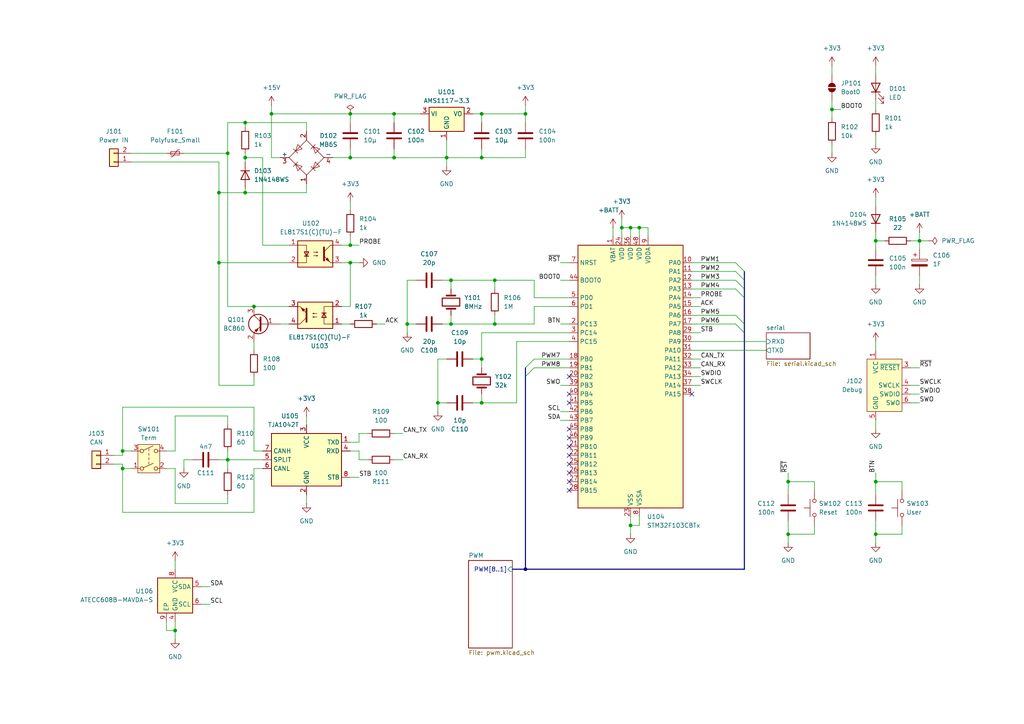
<source format=kicad_sch>
(kicad_sch (version 20231120) (generator "eeschema") (generator_version "8.0")
  (paper "A4")
  (title_block (date "2025-01-22") (rev "v0.1"))
  (lib_symbols
    (symbol "Connector:Conn_ARM_SWD_TagConnect_TC2030" (in_bom no)
      (property "Reference" "J" (at 2.54 11.43 0))
      (property "Value" "Conn_ARM_SWD_TagConnect_TC2030" (at 5.08 8.89 0))
      (symbol "Conn_ARM_SWD_TagConnect_TC2030_0_0"
        (pin power_in line (at -2.54 10.16 270) (length 2.54) (name "VCC") (number "1"))
        (pin bidirectional line (at 7.62 -2.54 180) (length 2.54) (name "SWDIO") (number "2"))
        (pin open_collector line (at 7.62 5.08 180) (length 2.54) (name "~{RESET}") (number "3"))
        (pin output line (at 7.62 0 180) (length 2.54) (name "SWCLK") (number "4"))
        (pin power_in line (at -2.54 -10.16 90) (length 2.54) (name "GND") (number "5"))
        (pin input line (at 7.62 -5.08 180) (length 2.54) (name "SWO") (number "6"))
      )
    )
    (symbol "Connector_Generic:Conn_01x02" (pin_names (offset 1.016) hide)
      (property "Reference" "J" (at 0 2.54 0))
      (property "Value" "Conn_01x02" (at 0 -5.08 0))
      (symbol "Conn_01x02_1_1"
        (pin passive line (at -5.08 0 0) (length 3.81) (name "Pin_1") (number "1"))
        (pin passive line (at -5.08 -2.54 0) (length 3.81) (name "Pin_2") (number "2"))
      )
    )
    (symbol "Device:C" (pin_numbers hide) (pin_names (offset 0.254))
      (property "Reference" "C" (at 0.635 2.54 0))
      (property "Value" "C" (at 0.635 -2.54 0))
      (symbol "C_1_1"
        (pin passive line (at 0 3.81 270) (length 2.794) (name "~") (number "1"))
        (pin passive line (at 0 -3.81 90) (length 2.794) (name "~") (number "2"))
      )
    )
    (symbol "Device:C_Polarized" (pin_numbers hide) (pin_names (offset 0.254))
      (property "Reference" "C" (at 0.635 2.54 0))
      (property "Value" "C_Polarized" (at 0.635 -2.54 0))
      (symbol "C_Polarized_1_1"
        (pin passive line (at 0 3.81 270) (length 2.794) (name "~") (number "1"))
        (pin passive line (at 0 -3.81 90) (length 2.794) (name "~") (number "2"))
      )
    )
    (symbol "Device:Crystal" (pin_numbers hide) (pin_names (offset 1.016) hide)
      (property "Reference" "Y" (at 0 3.81 0))
      (property "Value" "Crystal" (at 0 -3.81 0))
      (symbol "Crystal_1_1"
        (pin passive line (at -3.81 0 0) (length 1.27) (name "1") (number "1"))
        (pin passive line (at 3.81 0 180) (length 1.27) (name "2") (number "2"))
      )
    )
    (symbol "Device:LED" (pin_numbers hide) (pin_names (offset 1.016) hide)
      (property "Reference" "D" (at 0 2.54 0))
      (property "Value" "LED" (at 0 -2.54 0))
      (symbol "LED_1_1"
        (pin passive line (at -3.81 0 0) (length 2.54) (name "K") (number "1"))
        (pin passive line (at 3.81 0 180) (length 2.54) (name "A") (number "2"))
      )
    )
    (symbol "Device:Polyfuse_Small" (pin_numbers hide) (pin_names (offset 0))
      (property "Reference" "F" (at -1.905 0 90))
      (property "Value" "Polyfuse_Small" (at 1.905 0 90))
      (symbol "Polyfuse_Small_1_1"
        (pin passive line (at 0 2.54 270) (length 0.635) (name "~") (number "1"))
        (pin passive line (at 0 -2.54 90) (length 0.635) (name "~") (number "2"))
      )
    )
    (symbol "Device:R" (pin_numbers hide) (pin_names (offset 0))
      (property "Reference" "R" (at 2.032 0 90))
      (property "Value" "R" (at 0 0 90))
      (symbol "R_1_1"
        (pin passive line (at 0 3.81 270) (length 1.27) (name "~") (number "1"))
        (pin passive line (at 0 -3.81 90) (length 1.27) (name "~") (number "2"))
      )
    )
    (symbol "Diode:1N4148WS" (pin_numbers hide) (pin_names hide)
      (property "Reference" "D" (at 0 2.54 0))
      (property "Value" "1N4148WS" (at 0 -2.54 0))
      (symbol "1N4148WS_1_1"
        (pin passive line (at -3.81 0 0) (length 2.54) (name "K") (number "1"))
        (pin passive line (at 3.81 0 180) (length 2.54) (name "A") (number "2"))
      )
    )
    (symbol "Diode_Bridge:MB6S" (pin_names (offset 0))
      (property "Reference" "D" (at 2.54 6.985 0))
      (property "Value" "MB6S" (at 2.54 5.08 0))
      (symbol "MB6S_1_1"
        (pin passive line (at 0 -7.62 90) (length 2.54) (name "~") (number "1"))
        (pin passive line (at 0 7.62 270) (length 2.54) (name "~") (number "2"))
        (pin passive line (at 7.62 0 180) (length 2.54) (name "+") (number "3"))
        (pin passive line (at -7.62 0 0) (length 2.54) (name "-") (number "4"))
      )
    )
    (symbol "Interface_CAN_LIN:TJA1042T"
      (property "Reference" "U" (at -10.16 8.89 0))
      (property "Value" "TJA1042T" (at 1.27 8.89 0))
      (symbol "TJA1042T_1_1"
        (pin input line (at -12.7 5.08 0) (length 2.54) (name "TXD") (number "1"))
        (pin power_in line (at 0 -10.16 90) (length 2.54) (name "GND") (number "2"))
        (pin power_in line (at 0 10.16 270) (length 2.54) (name "VCC") (number "3"))
        (pin output line (at -12.7 2.54 0) (length 2.54) (name "RXD") (number "4"))
        (pin power_out line (at 12.7 0 180) (length 2.54) (name "SPLIT") (number "5"))
        (pin bidirectional line (at 12.7 -2.54 180) (length 2.54) (name "CANL") (number "6"))
        (pin bidirectional line (at 12.7 2.54 180) (length 2.54) (name "CANH") (number "7"))
        (pin input line (at -12.7 -5.08 0) (length 2.54) (name "STB") (number "8"))
      )
    )
    (symbol "Isolator:LTV-817S" (pin_names (offset 1.016))
      (property "Reference" "U" (at -3.81 5.08 0))
      (property "Value" "LTV-817S" (at 0 -5.08 0))
      (symbol "LTV-817S_1_1"
        (pin passive line (at -7.62 2.54 0) (length 2.54) (name "~") (number "1"))
        (pin passive line (at -7.62 -2.54 0) (length 2.54) (name "~") (number "2"))
        (pin passive line (at 7.62 -2.54 180) (length 2.54) (name "~") (number "3"))
        (pin passive line (at 7.62 2.54 180) (length 2.54) (name "~") (number "4"))
      )
    )
    (symbol "Jumper:SolderJumper_2_Open" (pin_numbers hide) (pin_names (offset 0) hide) (exclude_from_sim yes) (in_bom no)
      (property "Reference" "JP" (at 0 2.032 0))
      (property "Value" "SolderJumper_2_Open" (at 0 -2.54 0))
      (symbol "SolderJumper_2_Open_1_1"
        (pin passive line (at -3.81 0 0) (length 2.54) (name "A") (number "1"))
        (pin passive line (at 3.81 0 180) (length 2.54) (name "B") (number "2"))
      )
    )
    (symbol "MCU_ST_STM32F1:STM32F103CBTx"
      (property "Reference" "U" (at -15.24 39.37 0))
      (property "Value" "STM32F103CBTx" (at 7.62 39.37 0))
      (symbol "STM32F103CBTx_1_1"
        (pin power_in line (at -5.08 40.64 270) (length 2.54) (name "VBAT") (number "1"))
        (pin bidirectional line (at 17.78 33.02 180) (length 2.54) (name "PA0") (number "10"))
        (pin bidirectional line (at 17.78 30.48 180) (length 2.54) (name "PA1") (number "11"))
        (pin bidirectional line (at 17.78 27.94 180) (length 2.54) (name "PA2") (number "12"))
        (pin bidirectional line (at 17.78 25.4 180) (length 2.54) (name "PA3") (number "13"))
        (pin bidirectional line (at 17.78 22.86 180) (length 2.54) (name "PA4") (number "14"))
        (pin bidirectional line (at 17.78 20.32 180) (length 2.54) (name "PA5") (number "15"))
        (pin bidirectional line (at 17.78 17.78 180) (length 2.54) (name "PA6") (number "16"))
        (pin bidirectional line (at 17.78 15.24 180) (length 2.54) (name "PA7") (number "17"))
        (pin bidirectional line (at -17.78 5.08 0) (length 2.54) (name "PB0") (number "18"))
        (pin bidirectional line (at -17.78 2.54 0) (length 2.54) (name "PB1") (number "19"))
        (pin bidirectional line (at -17.78 15.24 0) (length 2.54) (name "PC13") (number "2"))
        (pin bidirectional line (at -17.78 0 0) (length 2.54) (name "PB2") (number "20"))
        (pin bidirectional line (at -17.78 -20.32 0) (length 2.54) (name "PB10") (number "21"))
        (pin bidirectional line (at -17.78 -22.86 0) (length 2.54) (name "PB11") (number "22"))
        (pin power_in line (at 0 -40.64 90) (length 2.54) (name "VSS") (number "23"))
        (pin power_in line (at -2.54 40.64 270) (length 2.54) (name "VDD") (number "24"))
        (pin bidirectional line (at -17.78 -25.4 0) (length 2.54) (name "PB12") (number "25"))
        (pin bidirectional line (at -17.78 -27.94 0) (length 2.54) (name "PB13") (number "26"))
        (pin bidirectional line (at -17.78 -30.48 0) (length 2.54) (name "PB14") (number "27"))
        (pin bidirectional line (at -17.78 -33.02 0) (length 2.54) (name "PB15") (number "28"))
        (pin bidirectional line (at 17.78 12.7 180) (length 2.54) (name "PA8") (number "29"))
        (pin bidirectional line (at -17.78 12.7 0) (length 2.54) (name "PC14") (number "3"))
        (pin bidirectional line (at 17.78 10.16 180) (length 2.54) (name "PA9") (number "30"))
        (pin bidirectional line (at 17.78 7.62 180) (length 2.54) (name "PA10") (number "31"))
        (pin bidirectional line (at 17.78 5.08 180) (length 2.54) (name "PA11") (number "32"))
        (pin bidirectional line (at 17.78 2.54 180) (length 2.54) (name "PA12") (number "33"))
        (pin bidirectional line (at 17.78 0 180) (length 2.54) (name "PA13") (number "34"))
        (pin passive line (at 0 -40.64 90) (length 2.54) hide (name "VSS") (number "35"))
        (pin power_in line (at 0 40.64 270) (length 2.54) (name "VDD") (number "36"))
        (pin bidirectional line (at 17.78 -2.54 180) (length 2.54) (name "PA14") (number "37"))
        (pin bidirectional line (at 17.78 -5.08 180) (length 2.54) (name "PA15") (number "38"))
        (pin bidirectional line (at -17.78 -2.54 0) (length 2.54) (name "PB3") (number "39"))
        (pin bidirectional line (at -17.78 10.16 0) (length 2.54) (name "PC15") (number "4"))
        (pin bidirectional line (at -17.78 -5.08 0) (length 2.54) (name "PB4") (number "40"))
        (pin bidirectional line (at -17.78 -7.62 0) (length 2.54) (name "PB5") (number "41"))
        (pin bidirectional line (at -17.78 -10.16 0) (length 2.54) (name "PB6") (number "42"))
        (pin bidirectional line (at -17.78 -12.7 0) (length 2.54) (name "PB7") (number "43"))
        (pin input line (at -17.78 27.94 0) (length 2.54) (name "BOOT0") (number "44"))
        (pin bidirectional line (at -17.78 -15.24 0) (length 2.54) (name "PB8") (number "45"))
        (pin bidirectional line (at -17.78 -17.78 0) (length 2.54) (name "PB9") (number "46"))
        (pin passive line (at 0 -40.64 90) (length 2.54) hide (name "VSS") (number "47"))
        (pin power_in line (at 2.54 40.64 270) (length 2.54) (name "VDD") (number "48"))
        (pin bidirectional line (at -17.78 22.86 0) (length 2.54) (name "PD0") (number "5"))
        (pin bidirectional line (at -17.78 20.32 0) (length 2.54) (name "PD1") (number "6"))
        (pin input line (at -17.78 33.02 0) (length 2.54) (name "NRST") (number "7"))
        (pin power_in line (at 2.54 -40.64 90) (length 2.54) (name "VSSA") (number "8"))
        (pin power_in line (at 5.08 40.64 270) (length 2.54) (name "VDDA") (number "9"))
      )
    )
    (symbol "Regulator_Linear:AMS1117-3.3"
      (property "Reference" "U" (at -3.81 3.175 0))
      (property "Value" "AMS1117-3.3" (at 0 3.175 0))
      (symbol "AMS1117-3.3_1_1"
        (pin power_in line (at 0 -7.62 90) (length 2.54) (name "GND") (number "1"))
        (pin power_out line (at 7.62 0 180) (length 2.54) (name "VO") (number "2"))
        (pin power_in line (at -7.62 0 0) (length 2.54) (name "VI") (number "3"))
      )
    )
    (symbol "Security:ATECC608B-MAHDA"
      (property "Reference" "U" (at 3.81 6.35 0))
      (property "Value" "ATECC608B-MAHDA" (at 10.16 -6.35 0))
      (symbol "ATECC608B-MAHDA_1_1"
        (pin no_connect line (at -5.08 2.54 0) (length 2.54) hide (name "NC") (number "1"))
        (pin no_connect line (at -5.08 0 0) (length 2.54) hide (name "NC") (number "2"))
        (pin no_connect line (at -5.08 -2.54 0) (length 2.54) hide (name "NC") (number "3"))
        (pin power_in line (at 0 -7.62 90) (length 2.54) (name "GND") (number "4"))
        (pin bidirectional line (at 7.62 2.54 180) (length 2.54) (name "SDA") (number "5"))
        (pin input line (at 7.62 -2.54 180) (length 2.54) (name "SCL") (number "6"))
        (pin no_connect line (at 5.08 0 180) (length 2.54) hide (name "NC") (number "7"))
        (pin power_in line (at 0 7.62 270) (length 2.54) (name "VCC") (number "8"))
        (pin input line (at -2.54 -7.62 90) (length 2.54) (name "EP") (number "9"))
      )
    )
    (symbol "Switch:SW_DPST" (pin_names (offset 0) hide)
      (property "Reference" "SW" (at 0 6.35 0))
      (property "Value" "SW_DPST" (at 0 -5.08 0))
      (symbol "SW_DPST_1_1"
        (pin passive line (at -5.08 -2.54 0) (length 2.54) (name "1") (number "1"))
        (pin passive line (at 5.08 -2.54 180) (length 2.54) (name "2") (number "2"))
        (pin passive line (at -5.08 2.54 0) (length 2.54) (name "3") (number "3"))
        (pin passive line (at 5.08 2.54 180) (length 2.54) (name "4") (number "4"))
      )
    )
    (symbol "Switch:SW_Push" (pin_numbers hide) (pin_names (offset 1.016) hide)
      (property "Reference" "SW" (at 1.27 2.54 0))
      (property "Value" "SW_Push" (at 0 -1.524 0))
      (symbol "SW_Push_0_1"
        (pin passive line (at -5.08 0 0) (length 2.54) (name "1") (number "1"))
        (pin passive line (at 5.08 0 180) (length 2.54) (name "2") (number "2"))
      )
    )
    (symbol "Transistor_BJT:BC860" (pin_names (offset 0) hide)
      (property "Reference" "Q" (at 5.08 1.905 0))
      (property "Value" "BC860" (at 5.08 0 0))
      (symbol "BC860_1_1"
        (pin input line (at -5.08 0 0) (length 5.715) (name "B") (number "1"))
        (pin passive line (at 2.54 -5.08 90) (length 2.54) (name "E") (number "2"))
        (pin passive line (at 2.54 5.08 270) (length 2.54) (name "C") (number "3"))
      )
    )
    (symbol "power:+15V" (power) (pin_numbers hide) (pin_names (offset 0) hide)
      (property "Value" "+15V" (at 0 3.556 0))
      (symbol "+15V_1_1"
        (pin power_in line (at 0 0 90) (length 0) (name "~") (number "1"))
      )
    )
    (symbol "power:+3V3" (power) (pin_numbers hide) (pin_names (offset 0) hide)
      (property "Value" "+3V3" (at 0 3.556 0))
      (symbol "+3V3_1_1"
        (pin power_in line (at 0 0 90) (length 0) (name "~") (number "1"))
      )
    )
    (symbol "power:+BATT" (power) (pin_numbers hide) (pin_names (offset 0) hide)
      (property "Value" "+BATT" (at 0 3.556 0))
      (symbol "+BATT_1_1"
        (pin power_in line (at 0 0 90) (length 0) (name "~") (number "1"))
      )
    )
    (symbol "power:GND" (power) (pin_numbers hide) (pin_names (offset 0) hide)
      (property "Value" "GND" (at 0 -3.81 0))
      (symbol "GND_1_1"
        (pin power_in line (at 0 0 270) (length 0) (name "~") (number "1"))
      )
    )
    (symbol "power:PWR_FLAG" (power) (pin_numbers hide) (pin_names (offset 0) hide)
      (property "Value" "PWR_FLAG" (at 0 3.81 0))
      (symbol "PWR_FLAG_0_0"
        (pin power_out line (at 0 0 90) (length 0) (name "~") (number "1"))
      )
    )
  )
  (junction (at 101.6 33.02))
  (junction (at 139.7 104.14))
  (junction (at 228.6 154.94))
  (junction (at 228.6 139.7))
  (junction (at 63.5 76.2))
  (junction (at 66.04 133.35))
  (junction (at 139.7 33.02))
  (junction (at 63.5 55.88))
  (junction (at 130.81 81.28))
  (junction (at 152.4 33.02))
  (junction (at 139.7 45.72))
  (junction (at 266.7 69.85))
  (junction (at 114.3 45.72))
  (junction (at 101.6 76.2))
  (junction (at 35.56 130.81))
  (junction (at 152.4 165.1))
  (junction (at 101.6 71.12))
  (junction (at 114.3 33.02))
  (junction (at 50.8 182.88))
  (junction (at 71.12 45.72))
  (junction (at 129.54 45.72))
  (junction (at 127 116.84))
  (junction (at 71.12 55.88))
  (junction (at 101.6 45.72))
  (junction (at 118.11 93.98))
  (junction (at 182.88 66.04))
  (junction (at 130.81 93.98))
  (junction (at 254 139.7))
  (junction (at 71.12 35.56))
  (junction (at 35.56 135.89))
  (junction (at 139.7 116.84))
  (junction (at 254 154.94))
  (junction (at 180.34 66.04))
  (junction (at 182.88 152.4))
  (junction (at 73.66 88.9))
  (junction (at 241.3 31.75))
  (junction (at 143.51 93.98))
  (junction (at 185.42 66.04))
  (junction (at 78.74 33.02))
  (junction (at 66.04 44.45))
  (junction (at 254 69.85))
  (junction (at 143.51 81.28))
  (no_connect (at 165.1 142.24))
  (no_connect (at 165.1 124.46))
  (no_connect (at 165.1 127))
  (no_connect (at 165.1 134.62))
  (no_connect (at 165.1 109.22))
  (no_connect (at 165.1 114.3))
  (no_connect (at 165.1 139.7))
  (no_connect (at 165.1 129.54))
  (no_connect (at 165.1 132.08))
  (no_connect (at 200.66 114.3))
  (no_connect (at 165.1 137.16))
  (no_connect (at 165.1 116.84))
  (bus_entry (at 213.36 76.2) (size 2.54 2.54))
  (bus_entry (at 152.4 106.68) (size 2.54 -2.54))
  (bus_entry (at 213.36 91.44) (size 2.54 2.54))
  (bus_entry (at 213.36 93.98) (size 2.54 2.54))
  (bus_entry (at 152.4 109.22) (size 2.54 -2.54))
  (bus_entry (at 213.36 81.28) (size 2.54 2.54))
  (bus_entry (at 213.36 83.82) (size 2.54 2.54))
  (bus_entry (at 213.36 78.74) (size 2.54 2.54))
  (wire (pts (xy 149.86 116.84) (xy 139.7 116.84)))
  (wire (pts (xy 71.12 54.61) (xy 71.12 55.88)))
  (wire (pts (xy 99.06 71.12) (xy 101.6 71.12)))
  (wire (pts (xy 200.66 78.74) (xy 213.36 78.74)))
  (wire (pts (xy 101.6 33.02) (xy 114.3 33.02)))
  (wire (pts (xy 266.7 80.01) (xy 266.7 82.55)))
  (bus (pts (xy 215.9 93.98) (xy 215.9 86.36)))
  (wire (pts (xy 48.26 182.88) (xy 50.8 182.88)))
  (wire (pts (xy 200.66 99.06) (xy 222.25 99.06)))
  (wire (pts (xy 165.1 99.06) (xy 149.86 99.06)))
  (wire (pts (xy 66.04 35.56) (xy 66.04 44.45)))
  (wire (pts (xy 165.1 96.52) (xy 139.7 96.52)))
  (wire (pts (xy 109.22 93.98) (xy 111.76 93.98)))
  (wire (pts (xy 71.12 36.83) (xy 71.12 35.56)))
  (wire (pts (xy 241.3 31.75) (xy 241.3 34.29)))
  (wire (pts (xy 264.16 106.68) (xy 266.7 106.68)))
  (wire (pts (xy 63.5 55.88) (xy 71.12 55.88)))
  (wire (pts (xy 35.56 130.81) (xy 38.1 130.81)))
  (bus (pts (xy 215.9 81.28) (xy 215.9 78.74)))
  (wire (pts (xy 228.6 139.7) (xy 228.6 143.51)))
  (wire (pts (xy 200.66 101.6) (xy 222.25 101.6)))
  (wire (pts (xy 185.42 66.04) (xy 182.88 66.04)))
  (wire (pts (xy 35.56 134.62) (xy 35.56 135.89)))
  (wire (pts (xy 78.74 30.48) (xy 78.74 33.02)))
  (wire (pts (xy 200.66 111.76) (xy 203.2 111.76)))
  (wire (pts (xy 200.66 86.36) (xy 203.2 86.36)))
  (wire (pts (xy 88.9 143.51) (xy 88.9 146.05)))
  (wire (pts (xy 185.42 152.4) (xy 182.88 152.4)))
  (wire (pts (xy 149.86 99.06) (xy 149.86 116.84)))
  (wire (pts (xy 66.04 44.45) (xy 66.04 88.9)))
  (wire (pts (xy 66.04 133.35) (xy 66.04 135.89)))
  (wire (pts (xy 101.6 33.02) (xy 101.6 35.56)))
  (wire (pts (xy 73.66 135.89) (xy 73.66 148.59)))
  (wire (pts (xy 66.04 88.9) (xy 73.66 88.9)))
  (wire (pts (xy 143.51 81.28) (xy 154.94 81.28)))
  (wire (pts (xy 73.66 99.06) (xy 73.66 101.6)))
  (wire (pts (xy 266.7 67.31) (xy 266.7 69.85)))
  (wire (pts (xy 101.6 71.12) (xy 104.14 71.12)))
  (wire (pts (xy 33.02 134.62) (xy 35.56 134.62)))
  (wire (pts (xy 128.27 93.98) (xy 130.81 93.98)))
  (wire (pts (xy 58.42 170.18) (xy 60.96 170.18)))
  (wire (pts (xy 254 19.05) (xy 254 21.59)))
  (wire (pts (xy 83.82 71.12) (xy 76.2 71.12)))
  (wire (pts (xy 162.56 93.98) (xy 165.1 93.98)))
  (wire (pts (xy 200.66 109.22) (xy 203.2 109.22)))
  (wire (pts (xy 254 99.06) (xy 254 101.6)))
  (wire (pts (xy 200.66 96.52) (xy 203.2 96.52)))
  (wire (pts (xy 241.3 41.91) (xy 241.3 44.45)))
  (wire (pts (xy 73.66 111.76) (xy 73.66 109.22)))
  (wire (pts (xy 143.51 93.98) (xy 130.81 93.98)))
  (wire (pts (xy 50.8 180.34) (xy 50.8 182.88)))
  (wire (pts (xy 254 154.94) (xy 254 157.48)))
  (wire (pts (xy 139.7 45.72) (xy 129.54 45.72)))
  (wire (pts (xy 228.6 137.16) (xy 228.6 139.7)))
  (wire (pts (xy 241.3 29.21) (xy 241.3 31.75)))
  (wire (pts (xy 137.16 104.14) (xy 139.7 104.14)))
  (wire (pts (xy 88.9 53.34) (xy 88.9 55.88)))
  (wire (pts (xy 104.14 125.73) (xy 106.68 125.73)))
  (wire (pts (xy 50.8 130.81) (xy 50.8 120.65)))
  (wire (pts (xy 101.6 58.42) (xy 101.6 60.96)))
  (wire (pts (xy 241.3 31.75) (xy 243.84 31.75)))
  (wire (pts (xy 83.82 76.2) (xy 63.5 76.2)))
  (wire (pts (xy 261.62 154.94) (xy 254 154.94)))
  (wire (pts (xy 152.4 43.18) (xy 152.4 45.72)))
  (wire (pts (xy 129.54 104.14) (xy 127 104.14)))
  (wire (pts (xy 187.96 66.04) (xy 185.42 66.04)))
  (wire (pts (xy 236.22 139.7) (xy 236.22 142.24)))
  (wire (pts (xy 200.66 106.68) (xy 203.2 106.68)))
  (wire (pts (xy 38.1 46.99) (xy 63.5 46.99)))
  (wire (pts (xy 137.16 116.84) (xy 139.7 116.84)))
  (wire (pts (xy 180.34 66.04) (xy 180.34 68.58)))
  (bus (pts (xy 215.9 96.52) (xy 215.9 93.98)))
  (wire (pts (xy 50.8 146.05) (xy 66.04 146.05)))
  (wire (pts (xy 66.04 120.65) (xy 66.04 123.19)))
  (wire (pts (xy 35.56 135.89) (xy 38.1 135.89)))
  (wire (pts (xy 101.6 138.43) (xy 104.14 138.43)))
  (wire (pts (xy 254 137.16) (xy 254 139.7)))
  (wire (pts (xy 63.5 46.99) (xy 63.5 55.88)))
  (wire (pts (xy 139.7 43.18) (xy 139.7 45.72)))
  (wire (pts (xy 127 116.84) (xy 127 119.38)))
  (wire (pts (xy 78.74 33.02) (xy 78.74 45.72)))
  (wire (pts (xy 154.94 106.68) (xy 165.1 106.68)))
  (wire (pts (xy 33.02 132.08) (xy 35.56 132.08)))
  (wire (pts (xy 76.2 135.89) (xy 73.66 135.89)))
  (bus (pts (xy 215.9 83.82) (xy 215.9 81.28)))
  (wire (pts (xy 177.8 66.04) (xy 177.8 68.58)))
  (wire (pts (xy 162.56 81.28) (xy 165.1 81.28)))
  (wire (pts (xy 114.3 43.18) (xy 114.3 45.72)))
  (wire (pts (xy 254 151.13) (xy 254 154.94)))
  (wire (pts (xy 48.26 130.81) (xy 50.8 130.81)))
  (wire (pts (xy 99.06 93.98) (xy 101.6 93.98)))
  (wire (pts (xy 128.27 81.28) (xy 130.81 81.28)))
  (wire (pts (xy 180.34 63.5) (xy 180.34 66.04)))
  (wire (pts (xy 114.3 125.73) (xy 116.84 125.73)))
  (wire (pts (xy 228.6 154.94) (xy 228.6 157.48)))
  (wire (pts (xy 154.94 86.36) (xy 154.94 81.28)))
  (wire (pts (xy 152.4 30.48) (xy 152.4 33.02)))
  (wire (pts (xy 63.5 111.76) (xy 73.66 111.76)))
  (wire (pts (xy 88.9 120.65) (xy 88.9 123.19)))
  (wire (pts (xy 228.6 151.13) (xy 228.6 154.94)))
  (wire (pts (xy 139.7 33.02) (xy 139.7 35.56)))
  (wire (pts (xy 96.52 45.72) (xy 101.6 45.72)))
  (wire (pts (xy 143.51 93.98) (xy 154.94 93.98)))
  (wire (pts (xy 182.88 66.04) (xy 182.88 68.58)))
  (wire (pts (xy 66.04 35.56) (xy 71.12 35.56)))
  (wire (pts (xy 139.7 116.84) (xy 139.7 114.3)))
  (wire (pts (xy 114.3 133.35) (xy 116.84 133.35)))
  (wire (pts (xy 254 139.7) (xy 261.62 139.7)))
  (wire (pts (xy 200.66 91.44) (xy 213.36 91.44)))
  (wire (pts (xy 228.6 139.7) (xy 236.22 139.7)))
  (wire (pts (xy 137.16 33.02) (xy 139.7 33.02)))
  (wire (pts (xy 38.1 44.45) (xy 48.26 44.45)))
  (wire (pts (xy 58.42 175.26) (xy 60.96 175.26)))
  (wire (pts (xy 78.74 45.72) (xy 81.28 45.72)))
  (bus (pts (xy 152.4 109.22) (xy 152.4 165.1)))
  (wire (pts (xy 35.56 148.59) (xy 35.56 135.89)))
  (wire (pts (xy 254 139.7) (xy 254 143.51)))
  (wire (pts (xy 73.66 148.59) (xy 35.56 148.59)))
  (wire (pts (xy 200.66 76.2) (xy 213.36 76.2)))
  (wire (pts (xy 254 67.31) (xy 254 69.85)))
  (wire (pts (xy 185.42 66.04) (xy 185.42 68.58)))
  (wire (pts (xy 50.8 182.88) (xy 50.8 185.42)))
  (wire (pts (xy 99.06 76.2) (xy 101.6 76.2)))
  (wire (pts (xy 114.3 33.02) (xy 114.3 35.56)))
  (wire (pts (xy 120.65 81.28) (xy 118.11 81.28)))
  (wire (pts (xy 73.66 88.9) (xy 83.82 88.9)))
  (wire (pts (xy 264.16 116.84) (xy 266.7 116.84)))
  (wire (pts (xy 139.7 104.14) (xy 139.7 106.68)))
  (wire (pts (xy 63.5 76.2) (xy 63.5 111.76)))
  (wire (pts (xy 50.8 135.89) (xy 50.8 146.05)))
  (wire (pts (xy 53.34 133.35) (xy 53.34 135.89)))
  (wire (pts (xy 254 69.85) (xy 256.54 69.85)))
  (wire (pts (xy 264.16 114.3) (xy 266.7 114.3)))
  (wire (pts (xy 200.66 88.9) (xy 203.2 88.9)))
  (wire (pts (xy 88.9 35.56) (xy 88.9 38.1)))
  (wire (pts (xy 254 80.01) (xy 254 82.55)))
  (wire (pts (xy 182.88 149.86) (xy 182.88 152.4)))
  (wire (pts (xy 266.7 69.85) (xy 269.24 69.85)))
  (wire (pts (xy 165.1 88.9) (xy 154.94 88.9)))
  (wire (pts (xy 129.54 45.72) (xy 129.54 40.64)))
  (wire (pts (xy 185.42 149.86) (xy 185.42 152.4)))
  (wire (pts (xy 101.6 45.72) (xy 114.3 45.72)))
  (wire (pts (xy 129.54 45.72) (xy 129.54 48.26)))
  (wire (pts (xy 114.3 33.02) (xy 121.92 33.02)))
  (wire (pts (xy 120.65 93.98) (xy 118.11 93.98)))
  (wire (pts (xy 236.22 154.94) (xy 228.6 154.94)))
  (wire (pts (xy 154.94 88.9) (xy 154.94 93.98)))
  (wire (pts (xy 63.5 133.35) (xy 66.04 133.35)))
  (wire (pts (xy 187.96 68.58) (xy 187.96 66.04)))
  (wire (pts (xy 130.81 93.98) (xy 130.81 91.44)))
  (wire (pts (xy 35.56 118.11) (xy 35.56 130.81)))
  (wire (pts (xy 152.4 33.02) (xy 139.7 33.02)))
  (wire (pts (xy 129.54 116.84) (xy 127 116.84)))
  (wire (pts (xy 76.2 45.72) (xy 76.2 71.12)))
  (wire (pts (xy 66.04 143.51) (xy 66.04 146.05)))
  (bus (pts (xy 152.4 106.68) (xy 152.4 109.22)))
  (wire (pts (xy 143.51 81.28) (xy 130.81 81.28)))
  (wire (pts (xy 254 121.92) (xy 254 124.46)))
  (wire (pts (xy 81.28 93.98) (xy 83.82 93.98)))
  (wire (pts (xy 264.16 111.76) (xy 266.7 111.76)))
  (wire (pts (xy 200.66 83.82) (xy 213.36 83.82)))
  (wire (pts (xy 66.04 133.35) (xy 76.2 133.35)))
  (bus (pts (xy 215.9 86.36) (xy 215.9 83.82)))
  (wire (pts (xy 71.12 45.72) (xy 71.12 46.99)))
  (wire (pts (xy 66.04 130.81) (xy 66.04 133.35)))
  (wire (pts (xy 104.14 130.81) (xy 101.6 130.81)))
  (bus (pts (xy 148.59 165.1) (xy 152.4 165.1)))
  (wire (pts (xy 101.6 43.18) (xy 101.6 45.72)))
  (wire (pts (xy 35.56 132.08) (xy 35.56 130.81)))
  (wire (pts (xy 101.6 76.2) (xy 101.6 88.9)))
  (wire (pts (xy 162.56 76.2) (xy 165.1 76.2)))
  (wire (pts (xy 162.56 119.38) (xy 165.1 119.38)))
  (wire (pts (xy 200.66 104.14) (xy 203.2 104.14)))
  (wire (pts (xy 78.74 33.02) (xy 101.6 33.02)))
  (wire (pts (xy 73.66 118.11) (xy 35.56 118.11)))
  (wire (pts (xy 254 29.21) (xy 254 31.75)))
  (wire (pts (xy 236.22 152.4) (xy 236.22 154.94)))
  (wire (pts (xy 241.3 19.05) (xy 241.3 21.59)))
  (wire (pts (xy 254 39.37) (xy 254 41.91)))
  (wire (pts (xy 76.2 45.72) (xy 71.12 45.72)))
  (wire (pts (xy 118.11 93.98) (xy 118.11 96.52)))
  (wire (pts (xy 162.56 111.76) (xy 165.1 111.76)))
  (wire (pts (xy 71.12 55.88) (xy 88.9 55.88)))
  (wire (pts (xy 143.51 91.44) (xy 143.51 93.98)))
  (wire (pts (xy 114.3 45.72) (xy 129.54 45.72)))
  (wire (pts (xy 48.26 180.34) (xy 48.26 182.88)))
  (wire (pts (xy 182.88 66.04) (xy 180.34 66.04)))
  (wire (pts (xy 254 57.15) (xy 254 59.69)))
  (wire (pts (xy 73.66 130.81) (xy 73.66 118.11)))
  (wire (pts (xy 200.66 93.98) (xy 213.36 93.98)))
  (bus (pts (xy 215.9 165.1) (xy 152.4 165.1)))
  (wire (pts (xy 53.34 44.45) (xy 66.04 44.45)))
  (wire (pts (xy 101.6 76.2) (xy 104.14 76.2)))
  (wire (pts (xy 254 69.85) (xy 254 72.39)))
  (wire (pts (xy 71.12 35.56) (xy 88.9 35.56)))
  (wire (pts (xy 118.11 81.28) (xy 118.11 93.98)))
  (wire (pts (xy 50.8 120.65) (xy 66.04 120.65)))
  (wire (pts (xy 99.06 88.9) (xy 101.6 88.9)))
  (wire (pts (xy 50.8 162.56) (xy 50.8 165.1)))
  (wire (pts (xy 264.16 69.85) (xy 266.7 69.85)))
  (wire (pts (xy 55.88 133.35) (xy 53.34 133.35)))
  (wire (pts (xy 162.56 121.92) (xy 165.1 121.92)))
  (wire (pts (xy 104.14 130.81) (xy 104.14 133.35)))
  (wire (pts (xy 152.4 45.72) (xy 139.7 45.72)))
  (wire (pts (xy 127 104.14) (xy 127 116.84)))
  (wire (pts (xy 76.2 130.81) (xy 73.66 130.81)))
  (wire (pts (xy 182.88 152.4) (xy 182.88 154.94)))
  (wire (pts (xy 165.1 86.36) (xy 154.94 86.36)))
  (wire (pts (xy 261.62 139.7) (xy 261.62 142.24)))
  (wire (pts (xy 130.81 81.28) (xy 130.81 83.82)))
  (wire (pts (xy 104.14 128.27) (xy 104.14 125.73)))
  (wire (pts (xy 266.7 69.85) (xy 266.7 72.39)))
  (wire (pts (xy 48.26 135.89) (xy 50.8 135.89)))
  (wire (pts (xy 261.62 152.4) (xy 261.62 154.94)))
  (wire (pts (xy 139.7 96.52) (xy 139.7 104.14)))
  (wire (pts (xy 200.66 81.28) (xy 213.36 81.28)))
  (wire (pts (xy 71.12 44.45) (xy 71.12 45.72)))
  (wire (pts (xy 101.6 71.12) (xy 101.6 68.58)))
  (wire (pts (xy 104.14 128.27) (xy 101.6 128.27)))
  (wire (pts (xy 104.14 133.35) (xy 106.68 133.35)))
  (wire (pts (xy 143.51 83.82) (xy 143.51 81.28)))
  (wire (pts (xy 154.94 104.14) (xy 165.1 104.14)))
  (wire (pts (xy 152.4 35.56) (xy 152.4 33.02)))
  (bus (pts (xy 215.9 96.52) (xy 215.9 165.1)))
  (wire (pts (xy 63.5 76.2) (xy 63.5 55.88)))
  (label "PROBE" (at 203.2 86.36 0))
  (label "PWM7" (at 162.56 104.14 180))
  (label "BOOT0" (at 162.56 81.28 180))
  (label "SWDIO" (at 266.7 114.3 0))
  (label "PWM3" (at 203.2 81.28 0))
  (label "PWM5" (at 203.2 91.44 0))
  (label "PROBE" (at 104.14 71.12 0))
  (label "ACK" (at 111.76 93.98 0))
  (label "CAN_RX" (at 203.2 106.68 0))
  (label "SCL" (at 162.56 119.38 180))
  (label "BTN" (at 254 137.16 90))
  (label "~{RST}" (at 162.56 76.2 180))
  (label "SWO" (at 162.56 111.76 180))
  (label "SWCLK" (at 266.7 111.76 0))
  (label "~{RST}" (at 266.7 106.68 0))
  (label "SCL" (at 60.96 175.26 0))
  (label "PWM1" (at 203.2 76.2 0))
  (label "CAN_RX" (at 116.84 133.35 0))
  (label "CAN_TX" (at 116.84 125.73 0))
  (label "SDA" (at 162.56 121.92 180))
  (label "SWCLK" (at 203.2 111.76 0))
  (label "PWM6" (at 203.2 93.98 0))
  (label "SDA" (at 60.96 170.18 0))
  (label "BTN" (at 162.56 93.98 180))
  (label "CAN_TX" (at 203.2 104.14 0))
  (label "ACK" (at 203.2 88.9 0))
  (label "PWM4" (at 203.2 83.82 0))
  (label "~{RST}" (at 228.6 137.16 90))
  (label "SWDIO" (at 203.2 109.22 0))
  (label "PWM2" (at 203.2 78.74 0))
  (label "PWM8" (at 162.56 106.68 180))
  (label "BOOT0" (at 243.84 31.75 0))
  (label "STB" (at 203.2 96.52 0))
  (label "STB" (at 104.14 138.43 0))
  (label "SWO" (at 266.7 116.84 0))
  (symbol (lib_id "power:GND") (at 254 41.91 0) (unit 1)
    (property "Reference" "#PWR0105" (effects (hide yes)))
    (property "Value" "GND" (at 254 46.99 0))
    (property "Description" "Power symbol creates a global label with name \"GND\" , ground" (effects (hide yes)))
  )
  (symbol (lib_id "power:+3V3") (at 254 57.15 0) (unit 1)
    (property "Reference" "#PWR0108" (effects (hide yes)))
    (property "Value" "+3V3" (at 254 52.07 0))
    (property "Description" "Power symbol creates a global label with name \"+3V3\"" (effects (hide yes)))
  )
  (symbol (lib_id "power:GND") (at 228.6 157.48 0) (unit 1)
    (property "Reference" "#PWR0124" (effects (hide yes)))
    (property "Value" "GND" (at 228.6 162.56 0))
    (property "Description" "Power symbol creates a global label with name \"GND\" , ground" (effects (hide yes)))
  )
  (symbol (lib_id "power:GND") (at 104.14 76.2 90) (unit 1)
    (property "Reference" "#PWR0113" (effects (hide yes)))
    (property "Value" "GND" (at 107.95 76.1999 90) (effects (justify right)))
    (property "Description" "Power symbol creates a global label with name \"GND\" , ground" (effects (hide yes)))
  )
  (symbol (lib_id "power:+3V3") (at 50.8 162.56 0) (unit 1)
    (property "Reference" "#PWR0126" (effects (hide yes)))
    (property "Value" "+3V3" (at 50.8 157.48 0))
    (property "Description" "Power symbol creates a global label with name \"+3V3\"" (effects (hide yes)))
  )
  (symbol (lib_id "Isolator:LTV-817S") (at 91.44 91.44 180) (unit 1)
    (property "Reference" "U103" (at 92.71 100.33 0))
    (property "Value" "EL817S1(C)(TU)-F" (at 92.71 97.79 0))
    (property "Footprint" "Package_DIP:SMDIP-4_W9.53mm" (effects (hide yes)))
    (property "Datasheet" "http://www.us.liteon.com/downloads/LTV-817-827-847.PDF" (effects (hide yes)))
    (property "Description" "DC Optocoupler, Vce 35V, CTR 50%, SMDIP-4" (effects (hide yes)))
  )
  (symbol (lib_id "power:GND") (at 254 82.55 0) (unit 1)
    (property "Reference" "#PWR0114" (effects (hide yes)))
    (property "Value" "GND" (at 254 87.63 0))
    (property "Description" "Power symbol creates a global label with name \"GND\" , ground" (effects (hide yes)))
  )
  (symbol (lib_id "Regulator_Linear:AMS1117-3.3") (at 129.54 33.02 0) (unit 1)
    (property "Reference" "U101" (at 129.54 26.67 0))
    (property "Value" "AMS1117-3.3" (at 129.54 29.21 0))
    (property "Footprint" "Package_TO_SOT_SMD:SOT-223-3_TabPin2" (effects (hide yes)))
    (property "Datasheet" "http://www.advanced-monolithic.com/pdf/ds1117.pdf" (effects (hide yes)))
    (property "Description" "1A Low Dropout regulator, positive, 3.3V fixed output, SOT-223" (effects (hide yes)))
  )
  (symbol (lib_id "Device:C") (at 101.6 39.37 0) (unit 1)
    (property "Reference" "C101" (at 105.41 38.0999 0) (effects (justify left)))
    (property "Value" "10µ" (at 105.41 40.6399 0) (effects (justify left)))
    (property "Description" "Unpolarized capacitor" (effects (hide yes)))
  )
  (symbol (lib_id "Device:LED") (at 254 25.4 90) (unit 1)
    (property "Reference" "D101" (at 257.81 25.7174 90) (effects (justify right)))
    (property "Value" "LED" (at 257.81 28.2574 90) (effects (justify right)))
    (property "Description" "Light emitting diode" (effects (hide yes)))
  )
  (symbol (lib_id "Device:C") (at 124.46 81.28 90) (unit 1)
    (property "Reference" "C107" (at 124.46 73.66 90))
    (property "Value" "20p" (at 124.46 76.2 90))
    (property "Description" "Unpolarized capacitor" (effects (hide yes)))
  )
  (symbol (lib_id "Device:C") (at 133.35 104.14 90) (unit 1)
    (property "Reference" "C109" (at 133.35 96.52 90))
    (property "Value" "10p" (at 133.35 99.06 90))
    (property "Description" "Unpolarized capacitor" (effects (hide yes)))
  )
  (symbol (lib_id "Device:R") (at 254 35.56 180) (unit 1)
    (property "Reference" "R101" (at 256.54 34.2899 0) (effects (justify right)))
    (property "Value" "1k" (at 256.54 36.8299 0) (effects (justify right)))
    (property "Description" "Resistor" (effects (hide yes)))
  )
  (symbol (lib_id "Connector_Generic:Conn_01x02") (at 33.02 46.99 180) (unit 1)
    (property "Reference" "J101" (at 33.02 38.1 0))
    (property "Value" "Power IN" (at 33.02 40.64 0))
    (property "Description" "Generic connector, single row, 01x02, script generated (kicad-library-utils/schlib/autogen/connector/)" (effects (hide yes)))
  )
  (symbol (lib_id "Interface_CAN_LIN:TJA1042T") (at 88.9 133.35 0) (mirror y) (unit 1)
    (property "Reference" "U105" (at 86.7059 120.65 0) (effects (justify left)))
    (property "Value" "TJA1042T" (at 86.7059 123.19 0) (effects (justify left)))
    (property "Footprint" "Package_SO:SOIC-8_3.9x4.9mm_P1.27mm" (effects (hide yes)))
    (property "Datasheet" "http://www.nxp.com/docs/en/data-sheet/TJA1042.pdf" (effects (hide yes)))
    (property "Description" "High-Speed CAN Transceiver, standby mode, split pin, SOIC-8" (effects (hide yes)))
  )
  (symbol (lib_id "power:+3V3") (at 180.34 63.5 0) (unit 1)
    (property "Reference" "#PWR0110" (effects (hide yes)))
    (property "Value" "+3V3" (at 180.34 58.42 0))
    (property "Description" "Power symbol creates a global label with name \"+3V3\"" (effects (hide yes)))
  )
  (symbol (lib_id "Device:R") (at 143.51 87.63 0) (unit 1)
    (property "Reference" "R106" (at 146.05 86.3599 0) (effects (justify left)))
    (property "Value" "1M" (at 146.05 88.8999 0) (effects (justify left)))
    (property "Description" "Resistor" (effects (hide yes)))
  )
  (symbol (lib_id "Device:C") (at 254 147.32 0) (unit 1)
    (property "Reference" "C113" (at 250.19 146.0499 0) (effects (justify right)))
    (property "Value" "100n" (at 250.19 148.5899 0) (effects (justify right)))
    (property "Description" "Unpolarized capacitor" (effects (hide yes)))
  )
  (symbol (lib_id "power:GND") (at 254 157.48 0) (unit 1)
    (property "Reference" "#PWR0125" (effects (hide yes)))
    (property "Value" "GND" (at 254 162.56 0))
    (property "Description" "Power symbol creates a global label with name \"GND\" , ground" (effects (hide yes)))
  )
  (symbol (lib_id "Device:R") (at 110.49 133.35 90) (mirror x) (unit 1)
    (property "Reference" "R111" (at 110.49 139.7 90))
    (property "Value" "100" (at 110.49 137.16 90))
    (property "Description" "Resistor" (effects (hide yes)))
  )
  (symbol (lib_id "power:GND") (at 266.7 82.55 0) (unit 1)
    (property "Reference" "#PWR0115" (effects (hide yes)))
    (property "Value" "GND" (at 266.7 87.63 0))
    (property "Description" "Power symbol creates a global label with name \"GND\" , ground" (effects (hide yes)))
  )
  (symbol (lib_id "power:PWR_FLAG") (at 101.6 33.02 0) (unit 1)
    (property "Reference" "#FLG0101" (effects (hide yes)))
    (property "Value" "PWR_FLAG" (at 101.6 27.94 0))
    (property "Description" "Special symbol for telling ERC where power comes from" (effects (hide yes)))
  )
  (symbol (lib_id "Jumper:SolderJumper_2_Open") (at 241.3 25.4 90) (unit 1) (exclude_from_sim yes) (in_bom no)
    (property "Reference" "JP101" (at 243.84 24.1299 90) (effects (justify right)))
    (property "Value" "Boot0" (at 243.84 26.6699 90) (effects (justify right)))
    (property "Description" "Solder Jumper, 2-pole, open" (effects (hide yes)))
  )
  (symbol (lib_id "Device:C") (at 114.3 39.37 0) (unit 1)
    (property "Reference" "C102" (at 118.11 38.0999 0) (effects (justify left)))
    (property "Value" "100n" (at 118.11 40.6399 0) (effects (justify left)))
    (property "Description" "Unpolarized capacitor" (effects (hide yes)))
  )
  (symbol (lib_id "power:+15V") (at 78.74 30.48 0) (unit 1)
    (property "Reference" "#PWR0103" (effects (hide yes)))
    (property "Value" "+15V" (at 78.74 25.4 0))
    (property "Description" "Power symbol creates a global label with name \"+15V\"" (effects (hide yes)))
  )
  (symbol (lib_id "Device:R") (at 66.04 139.7 0) (unit 1)
    (property "Reference" "R112" (at 68.58 138.4299 0) (effects (justify left)))
    (property "Value" "60" (at 68.58 140.9699 0) (effects (justify left)))
    (property "Description" "Resistor" (effects (hide yes)))
  )
  (symbol (lib_id "power:GND") (at 53.34 135.89 0) (mirror y) (unit 1)
    (property "Reference" "#PWR0121" (effects (hide yes)))
    (property "Value" "GND" (at 53.34 140.97 0))
    (property "Description" "Power symbol creates a global label with name \"GND\" , ground" (effects (hide yes)))
  )
  (symbol (lib_id "Device:C") (at 133.35 116.84 90) (mirror x) (unit 1)
    (property "Reference" "C110" (at 133.35 124.46 90))
    (property "Value" "10p" (at 133.35 121.92 90))
    (property "Description" "Unpolarized capacitor" (effects (hide yes)))
  )
  (symbol (lib_id "Device:R") (at 260.35 69.85 90) (unit 1)
    (property "Reference" "R105" (at 260.35 63.5 90))
    (property "Value" "22" (at 260.35 66.04 90))
    (property "Description" "Resistor" (effects (hide yes)))
  )
  (symbol (lib_id "Device:R") (at 101.6 64.77 180) (unit 1)
    (property "Reference" "R104" (at 104.14 63.4999 0) (effects (justify right)))
    (property "Value" "1k" (at 104.14 66.0399 0) (effects (justify right)))
    (property "Description" "Resistor" (effects (hide yes)))
  )
  (symbol (lib_id "power:+BATT") (at 266.7 67.31 0) (unit 1)
    (property "Reference" "#PWR0112" (effects (hide yes)))
    (property "Value" "+BATT" (at 266.7 62.23 0))
    (property "Description" "Power symbol creates a global label with name \"+BATT\"" (effects (hide yes)))
  )
  (symbol (lib_id "power:+3V3") (at 254 19.05 0) (unit 1)
    (property "Reference" "#PWR0102" (effects (hide yes)))
    (property "Value" "+3V3" (at 254 13.97 0))
    (property "Description" "Power symbol creates a global label with name \"+3V3\"" (effects (hide yes)))
  )
  (symbol (lib_id "Device:C") (at 139.7 39.37 0) (unit 1)
    (property "Reference" "C103" (at 143.51 38.0999 0) (effects (justify left)))
    (property "Value" "10µ" (at 143.51 40.6399 0) (effects (justify left)))
    (property "Description" "Unpolarized capacitor" (effects (hide yes)))
  )
  (symbol (lib_id "Device:R") (at 105.41 93.98 270) (unit 1)
    (property "Reference" "R107" (at 105.41 88.9 90))
    (property "Value" "1k" (at 105.41 91.44 90))
    (property "Description" "Resistor" (effects (hide yes)))
  )
  (symbol (lib_id "Connector:Conn_ARM_SWD_TagConnect_TC2030") (at 256.54 111.76 0) (unit 1) (in_bom no)
    (property "Reference" "J102" (at 250.19 110.4899 0) (effects (justify right)))
    (property "Value" "Debug" (at 250.19 113.0299 0) (effects (justify right)))
    (property "Footprint" "Connector:Tag-Connect_TC2030-IDC-FP_2x03_P1.27mm_Vertical" (effects (hide yes)))
    (property "Datasheet" "https://www.tag-connect.com/wp-content/uploads/bsk-pdf-manager/TC2030-CTX_1.pdf" (effects (hide yes)))
    (property "Description" "Tag-Connect ARM Cortex SWD JTAG connector, 6 pin" (effects (hide yes)))
  )
  (symbol (lib_id "Device:R") (at 66.04 127 0) (unit 1)
    (property "Reference" "R110" (at 68.58 125.7299 0) (effects (justify left)))
    (property "Value" "60" (at 68.58 128.2699 0) (effects (justify left)))
    (property "Description" "Resistor" (effects (hide yes)))
  )
  (symbol (lib_id "power:+3V3") (at 254 99.06 0) (unit 1)
    (property "Reference" "#PWR0117" (effects (hide yes)))
    (property "Value" "+3V3" (at 254 93.98 0))
    (property "Description" "Power symbol creates a global label with name \"+3V3\"" (effects (hide yes)))
  )
  (symbol (lib_id "power:GND") (at 50.8 185.42 0) (unit 1)
    (property "Reference" "#PWR0127" (effects (hide yes)))
    (property "Value" "GND" (at 50.8 190.5 0))
    (property "Description" "Power symbol creates a global label with name \"GND\" , ground" (effects (hide yes)))
  )
  (symbol (lib_id "power:GND") (at 182.88 154.94 0) (unit 1)
    (property "Reference" "#PWR0123" (effects (hide yes)))
    (property "Value" "GND" (at 182.88 160.02 0))
    (property "Description" "Power symbol creates a global label with name \"GND\" , ground" (effects (hide yes)))
  )
  (symbol (lib_id "power:PWR_FLAG") (at 269.24 69.85 270) (unit 1)
    (property "Reference" "#FLG0102" (effects (hide yes)))
    (property "Value" "PWR_FLAG" (at 273.05 69.8499 90) (effects (justify left)))
    (property "Description" "Special symbol for telling ERC where power comes from" (effects (hide yes)))
  )
  (symbol (lib_id "Device:C") (at 152.4 39.37 0) (unit 1)
    (property "Reference" "C104" (at 156.21 38.0999 0) (effects (justify left)))
    (property "Value" "100n" (at 156.21 40.6399 0) (effects (justify left)))
    (property "Description" "Unpolarized capacitor" (effects (hide yes)))
  )
  (symbol (lib_id "MCU_ST_STM32F1:STM32F103CBTx") (at 182.88 109.22 0) (unit 1)
    (property "Reference" "U104" (at 187.6141 149.86 0) (effects (justify left)))
    (property "Value" "STM32F103CBTx" (at 187.6141 152.4 0) (effects (justify left)))
    (property "Footprint" "Package_QFP:LQFP-48_7x7mm_P0.5mm" (effects (hide yes)))
    (property "Datasheet" "https://www.st.com/resource/en/datasheet/stm32f103cb.pdf" (effects (hide yes)))
    (property "Description" "STMicroelectronics Arm Cortex-M3 MCU, 128KB flash, 20KB RAM, 72 MHz, 2.0-3.6V, 37 GPIO, LQFP48" (effects (hide yes)))
  )
  (symbol (lib_id "Device:R") (at 241.3 38.1 0) (unit 1)
    (property "Reference" "R102" (at 243.84 36.8299 0) (effects (justify left)))
    (property "Value" "10k" (at 243.84 39.3699 0) (effects (justify left)))
    (property "Description" "Resistor" (effects (hide yes)))
  )
  (symbol (lib_id "Device:R") (at 71.12 40.64 180) (unit 1)
    (property "Reference" "R103" (at 73.66 39.3699 0) (effects (justify right)))
    (property "Value" "1k" (at 73.66 41.9099 0) (effects (justify right)))
    (property "Description" "Resistor" (effects (hide yes)))
  )
  (symbol (lib_id "power:+3V3") (at 152.4 30.48 0) (unit 1)
    (property "Reference" "#PWR0104" (effects (hide yes)))
    (property "Value" "+3V3" (at 152.4 25.4 0))
    (property "Description" "Power symbol creates a global label with name \"+3V3\"" (effects (hide yes)))
  )
  (symbol (lib_id "Device:R") (at 110.49 125.73 90) (unit 1)
    (property "Reference" "R109" (at 110.49 119.38 90))
    (property "Value" "100" (at 110.49 121.92 90))
    (property "Description" "Resistor" (effects (hide yes)))
  )
  (symbol (lib_id "Device:C") (at 228.6 147.32 0) (unit 1)
    (property "Reference" "C112" (at 224.79 146.0499 0) (effects (justify right)))
    (property "Value" "100n" (at 224.79 148.5899 0) (effects (justify right)))
    (property "Description" "Unpolarized capacitor" (effects (hide yes)))
  )
  (symbol (lib_id "Device:Crystal") (at 130.81 87.63 90) (unit 1)
    (property "Reference" "Y101" (at 134.62 86.3599 90) (effects (justify right)))
    (property "Value" "8MHz" (at 134.62 88.8999 90) (effects (justify right)))
    (property "Description" "Two pin crystal" (effects (hide yes)))
  )
  (symbol (lib_id "Device:Crystal") (at 139.7 110.49 90) (unit 1)
    (property "Reference" "Y102" (at 143.51 109.2199 90) (effects (justify right)))
    (property "Value" "32k" (at 143.51 111.7599 90) (effects (justify right)))
    (property "Description" "Two pin crystal" (effects (hide yes)))
  )
  (symbol (lib_id "power:+3V3") (at 241.3 19.05 0) (unit 1)
    (property "Reference" "#PWR0101" (effects (hide yes)))
    (property "Value" "+3V3" (at 241.3 13.97 0))
    (property "Description" "Power symbol creates a global label with name \"+3V3\"" (effects (hide yes)))
  )
  (symbol (lib_id "Device:C") (at 124.46 93.98 90) (mirror x) (unit 1)
    (property "Reference" "C108" (at 124.46 101.6 90))
    (property "Value" "20p" (at 124.46 99.06 90))
    (property "Description" "Unpolarized capacitor" (effects (hide yes)))
  )
  (symbol (lib_id "power:GND") (at 254 124.46 0) (unit 1)
    (property "Reference" "#PWR0120" (effects (hide yes)))
    (property "Value" "GND" (at 254 129.54 0))
    (property "Description" "Power symbol creates a global label with name \"GND\" , ground" (effects (hide yes)))
  )
  (symbol (lib_id "Transistor_BJT:BC860") (at 76.2 93.98 0) (mirror y) (unit 1)
    (property "Reference" "Q101" (at 71.12 92.7099 0) (effects (justify left)))
    (property "Value" "BC860" (at 71.12 95.2499 0) (effects (justify left)))
    (property "Footprint" "Package_TO_SOT_SMD:SOT-23" (effects (hide yes)))
    (property "Datasheet" "http://www.infineon.com/dgdl/Infineon-BC857SERIES_BC858SERIES_BC859SERIES_BC860SERIES-DS-v01_01-en.pdf?fileId=db3a304314dca389011541da0e3a1661" (effects (hide yes)))
    (property "Description" "0.1A Ic, 45V Vce, PNP Small Signal Transistor, SOT-23" (effects (hide yes)))
  )
  (symbol (lib_id "Security:ATECC608B-MAHDA") (at 50.8 172.72 0) (unit 1)
    (property "Reference" "U106" (at 44.45 171.4499 0) (effects (justify right)))
    (property "Value" "ATECC608B-MAVDA-S" (at 44.45 173.9899 0) (effects (justify right)))
    (property "Footprint" "Package_DFN_QFN:DFN-8-1EP_3x2mm_P0.5mm_EP1.3x1.5mm" (effects (hide yes)))
    (property "Datasheet" "https://ww1.microchip.com/downloads/aemDocuments/documents/SCBU/ProductDocuments/DataSheets/ATECC608B-CryptoAuthentication-Device-Summary-Data-Sheet-DS40002239B.pdf" (effects (hide yes)))
    (property "Description" "Cryptographic Co-Processor with Secure Hardware-based 16 Key Storage, ECDSA and ECDH support, I2C, UDFN-8" (effects (hide yes)))
  )
  (symbol (lib_id "power:GND") (at 241.3 44.45 0) (unit 1)
    (property "Reference" "#PWR0106" (effects (hide yes)))
    (property "Value" "GND" (at 241.3 49.53 0))
    (property "Description" "Power symbol creates a global label with name \"GND\" , ground" (effects (hide yes)))
  )
  (symbol (lib_id "Device:C_Polarized") (at 266.7 76.2 0) (unit 1)
    (property "Reference" "C106" (at 270.51 74.0409 0) (effects (justify left)))
    (property "Value" "1F" (at 270.51 76.5809 0) (effects (justify left)))
    (property "Description" "Polarized capacitor" (effects (hide yes)))
  )
  (symbol (lib_id "Diode:1N4148WS") (at 71.12 50.8 270) (unit 1)
    (property "Reference" "D103" (at 73.66 49.5299 90) (effects (justify left)))
    (property "Value" "1N4148WS" (at 73.66 52.0699 90) (effects (justify left)))
    (property "Footprint" "Diode_SMD:D_SOD-323" (effects (hide yes)))
    (property "Datasheet" "https://www.vishay.com/docs/85751/1n4148ws.pdf" (effects (hide yes)))
    (property "Description" "75V 0.15A Fast switching Diode, SOD-323" (effects (hide yes)))
    (property "Sim.Device" "D" (effects (hide yes)))
    (property "Sim.Pins" "1=K 2=A" (effects (hide yes)))
  )
  (symbol (lib_id "Device:C") (at 254 76.2 0) (unit 1)
    (property "Reference" "C105" (at 257.81 74.9299 0) (effects (justify left)))
    (property "Value" "100n" (at 257.81 77.4699 0) (effects (justify left)))
    (property "Description" "Unpolarized capacitor" (effects (hide yes)))
  )
  (symbol (lib_id "power:GND") (at 127 119.38 0) (unit 1)
    (property "Reference" "#PWR0118" (effects (hide yes)))
    (property "Value" "GND" (at 127 124.46 0))
    (property "Description" "Power symbol creates a global label with name \"GND\" , ground" (effects (hide yes)))
  )
  (symbol (lib_id "Device:C") (at 59.69 133.35 90) (unit 1)
    (property "Reference" "C111" (at 59.69 137.16 90))
    (property "Value" "4n7" (at 59.69 129.54 90))
    (property "Description" "Unpolarized capacitor" (effects (hide yes)))
  )
  (symbol (lib_id "power:+3V3") (at 101.6 58.42 0) (unit 1)
    (property "Reference" "#PWR0109" (effects (hide yes)))
    (property "Value" "+3V3" (at 101.6 53.34 0))
    (property "Description" "Power symbol creates a global label with name \"+3V3\"" (effects (hide yes)))
  )
  (symbol (lib_id "Diode:1N4148WS") (at 254 63.5 270) (mirror x) (unit 1)
    (property "Reference" "D104" (at 251.46 62.2299 90) (effects (justify right)))
    (property "Value" "1N4148WS" (at 251.46 64.7699 90) (effects (justify right)))
    (property "Footprint" "Diode_SMD:D_SOD-323" (effects (hide yes)))
    (property "Datasheet" "https://www.vishay.com/docs/85751/1n4148ws.pdf" (effects (hide yes)))
    (property "Description" "75V 0.15A Fast switching Diode, SOD-323" (effects (hide yes)))
    (property "Sim.Device" "D" (effects (hide yes)))
    (property "Sim.Pins" "1=K 2=A" (effects (hide yes)))
  )
  (symbol (lib_id "power:+3V3") (at 88.9 120.65 0) (mirror y) (unit 1)
    (property "Reference" "#PWR0119" (effects (hide yes)))
    (property "Value" "+3V3" (at 88.9 115.57 0))
    (property "Description" "Power symbol creates a global label with name \"+3V3\"" (effects (hide yes)))
  )
  (symbol (lib_id "Diode_Bridge:MB6S") (at 88.9 45.72 0) (mirror y) (unit 1)
    (property "Reference" "D102" (at 95.25 39.37 0))
    (property "Value" "MB6S" (at 95.25 41.91 0))
    (property "Footprint" "Package_TO_SOT_SMD:TO-269AA" (effects (hide yes)))
    (property "Datasheet" "http://www.vishay.com/docs/88573/dfs.pdf" (effects (hide yes)))
    (property "Description" "Miniature Glass Passivated Single-Phase Surface Mount Bridge Rectifiers, 700V Vrms, 1.0A If, DFS SMD package" (effects (hide yes)))
  )
  (symbol (lib_id "power:GND") (at 129.54 48.26 0) (unit 1)
    (property "Reference" "#PWR0107" (effects (hide yes)))
    (property "Value" "GND" (at 129.54 53.34 0))
    (property "Description" "Power symbol creates a global label with name \"GND\" , ground" (effects (hide yes)))
  )
  (symbol (lib_id "power:GND") (at 118.11 96.52 0) (unit 1)
    (property "Reference" "#PWR0116" (effects (hide yes)))
    (property "Value" "GND" (at 118.11 101.6 0))
    (property "Description" "Power symbol creates a global label with name \"GND\" , ground" (effects (hide yes)))
  )
  (symbol (lib_id "Switch:SW_Push") (at 236.22 147.32 90) (unit 1)
    (property "Reference" "SW102" (at 237.49 146.0499 90) (effects (justify right)))
    (property "Value" "Reset" (at 237.49 148.5899 90) (effects (justify right)))
    (property "Description" "Push button switch, generic, two pins" (effects (hide yes)))
  )
  (symbol (lib_id "power:GND") (at 88.9 146.05 0) (mirror y) (unit 1)
    (property "Reference" "#PWR0122" (effects (hide yes)))
    (property "Value" "GND" (at 88.9 151.13 0))
    (property "Description" "Power symbol creates a global label with name \"GND\" , ground" (effects (hide yes)))
  )
  (symbol (lib_id "Connector_Generic:Conn_01x02") (at 27.94 132.08 0) (mirror y) (unit 1)
    (property "Reference" "J103" (at 27.94 125.73 0))
    (property "Value" "CAN" (at 27.94 128.27 0))
    (property "Description" "Generic connector, single row, 01x02, script generated (kicad-library-utils/schlib/autogen/connector/)" (effects (hide yes)))
  )
  (symbol (lib_id "Isolator:LTV-817S") (at 91.44 73.66 0) (unit 1)
    (property "Reference" "U102" (at 90.17 64.77 0))
    (property "Value" "EL817S1(C)(TU)-F" (at 90.17 67.31 0))
    (property "Footprint" "Package_DIP:SMDIP-4_W9.53mm" (effects (hide yes)))
    (property "Datasheet" "http://www.us.liteon.com/downloads/LTV-817-827-847.PDF" (effects (hide yes)))
    (property "Description" "DC Optocoupler, Vce 35V, CTR 50%, SMDIP-4" (effects (hide yes)))
  )
  (symbol (lib_id "Device:R") (at 73.66 105.41 0) (unit 1)
    (property "Reference" "R108" (at 76.2 104.1399 0) (effects (justify left)))
    (property "Value" "100" (at 76.2 106.6799 0) (effects (justify left)))
    (property "Footprint" "Resistor_THT:R_Axial_DIN0617_L17.0mm_D6.0mm_P20.32mm_Horizontal" (effects (hide yes)))
    (property "Description" "Resistor" (effects (hide yes)))
  )
  (symbol (lib_id "Device:Polyfuse_Small") (at 50.8 44.45 90) (unit 1)
    (property "Reference" "F101" (at 50.8 38.1 90))
    (property "Value" "Polyfuse_Small" (at 50.8 40.64 90))
    (property "Description" "Resettable fuse, polymeric positive temperature coefficient, small symbol" (effects (hide yes)))
  )
  (symbol (lib_id "Switch:SW_Push") (at 261.62 147.32 90) (unit 1)
    (property "Reference" "SW103" (at 262.89 146.0499 90) (effects (justify right)))
    (property "Value" "User" (at 262.89 148.5899 90) (effects (justify right)))
    (property "Description" "Push button switch, generic, two pins" (effects (hide yes)))
  )
  (symbol (lib_id "power:+BATT") (at 177.8 66.04 0) (unit 1)
    (property "Reference" "#PWR0111" (effects (hide yes)))
    (property "Value" "+BATT" (at 176.53 60.96 0))
    (property "Description" "Power symbol creates a global label with name \"+BATT\"" (effects (hide yes)))
  )
  (symbol (lib_id "Switch:SW_DPST") (at 43.18 133.35 0) (unit 1)
    (property "Reference" "SW101" (at 43.18 124.46 0))
    (property "Value" "Term" (at 43.18 127 0))
    (property "Description" "Double Pole Single Throw (DPST) Switch" (effects (hide yes)))
  )
  (sheet (at 222.25 96.52) (size 12.7 7.62) (stroke (width 0.1524))
    (property "Sheetname" "serial" (at 222.25 95.8084 0) (effects (justify left bottom)))
    (property "Sheetfile" "serial.kicad_sch" (at 222.25 104.7246 0) (effects (justify left top)))
    (pin "TXD" output (at 222.25 101.6 180))
    (pin "RXD" input (at 222.25 99.06 180))
  )
  (sheet (at 135.89 162.56) (size 12.7 25.4) (stroke (width 0.1524))
    (property "Sheetname" "PWM" (at 135.89 161.8484 0) (effects (justify left bottom)))
    (property "Sheetfile" "pwm.kicad_sch" (at 135.89 188.5446 0) (effects (justify left top)))
    (pin "PWM[8..1]" input (at 148.59 165.1 0))
  )
)
</source>
